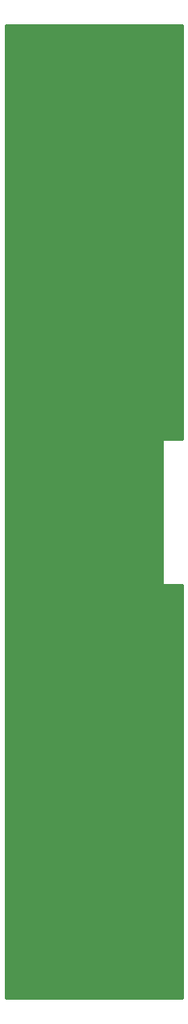
<source format=gbs>
G75*
G70*
%OFA0B0*%
%FSLAX24Y24*%
%IPPOS*%
%LPD*%
%AMOC8*
5,1,8,0,0,1.08239X$1,22.5*
%
%ADD10C,0.0100*%
D10*
X000200Y003195D02*
X000200Y043295D01*
X007500Y043295D01*
X007500Y026245D01*
X006650Y026245D01*
X006650Y020245D01*
X007500Y020245D01*
X007500Y003195D01*
X000200Y003195D01*
X000200Y003244D02*
X007500Y003244D01*
X007500Y003342D02*
X000200Y003342D01*
X000200Y003441D02*
X007500Y003441D01*
X007500Y003539D02*
X000200Y003539D01*
X000200Y003638D02*
X007500Y003638D01*
X007500Y003736D02*
X000200Y003736D01*
X000200Y003835D02*
X007500Y003835D01*
X007500Y003933D02*
X000200Y003933D01*
X000200Y004032D02*
X007500Y004032D01*
X007500Y004130D02*
X000200Y004130D01*
X000200Y004229D02*
X007500Y004229D01*
X007500Y004327D02*
X000200Y004327D01*
X000200Y004426D02*
X007500Y004426D01*
X007500Y004524D02*
X000200Y004524D01*
X000200Y004623D02*
X007500Y004623D01*
X007500Y004721D02*
X000200Y004721D01*
X000200Y004820D02*
X007500Y004820D01*
X007500Y004918D02*
X000200Y004918D01*
X000200Y005017D02*
X007500Y005017D01*
X007500Y005115D02*
X000200Y005115D01*
X000200Y005214D02*
X007500Y005214D01*
X007500Y005312D02*
X000200Y005312D01*
X000200Y005411D02*
X007500Y005411D01*
X007500Y005509D02*
X000200Y005509D01*
X000200Y005608D02*
X007500Y005608D01*
X007500Y005706D02*
X000200Y005706D01*
X000200Y005805D02*
X007500Y005805D01*
X007500Y005903D02*
X000200Y005903D01*
X000200Y006002D02*
X007500Y006002D01*
X007500Y006100D02*
X000200Y006100D01*
X000200Y006199D02*
X007500Y006199D01*
X007500Y006297D02*
X000200Y006297D01*
X000200Y006396D02*
X007500Y006396D01*
X007500Y006494D02*
X000200Y006494D01*
X000200Y006593D02*
X007500Y006593D01*
X007500Y006691D02*
X000200Y006691D01*
X000200Y006790D02*
X007500Y006790D01*
X007500Y006888D02*
X000200Y006888D01*
X000200Y006987D02*
X007500Y006987D01*
X007500Y007085D02*
X000200Y007085D01*
X000200Y007184D02*
X007500Y007184D01*
X007500Y007282D02*
X000200Y007282D01*
X000200Y007381D02*
X007500Y007381D01*
X007500Y007479D02*
X000200Y007479D01*
X000200Y007578D02*
X007500Y007578D01*
X007500Y007676D02*
X000200Y007676D01*
X000200Y007775D02*
X007500Y007775D01*
X007500Y007873D02*
X000200Y007873D01*
X000200Y007972D02*
X007500Y007972D01*
X007500Y008070D02*
X000200Y008070D01*
X000200Y008169D02*
X007500Y008169D01*
X007500Y008267D02*
X000200Y008267D01*
X000200Y008366D02*
X007500Y008366D01*
X007500Y008464D02*
X000200Y008464D01*
X000200Y008563D02*
X007500Y008563D01*
X007500Y008661D02*
X000200Y008661D01*
X000200Y008760D02*
X007500Y008760D01*
X007500Y008858D02*
X000200Y008858D01*
X000200Y008957D02*
X007500Y008957D01*
X007500Y009055D02*
X000200Y009055D01*
X000200Y009154D02*
X007500Y009154D01*
X007500Y009252D02*
X000200Y009252D01*
X000200Y009351D02*
X007500Y009351D01*
X007500Y009449D02*
X000200Y009449D01*
X000200Y009548D02*
X007500Y009548D01*
X007500Y009646D02*
X000200Y009646D01*
X000200Y009745D02*
X007500Y009745D01*
X007500Y009843D02*
X000200Y009843D01*
X000200Y009942D02*
X007500Y009942D01*
X007500Y010040D02*
X000200Y010040D01*
X000200Y010139D02*
X007500Y010139D01*
X007500Y010237D02*
X000200Y010237D01*
X000200Y010336D02*
X007500Y010336D01*
X007500Y010434D02*
X000200Y010434D01*
X000200Y010533D02*
X007500Y010533D01*
X007500Y010631D02*
X000200Y010631D01*
X000200Y010730D02*
X007500Y010730D01*
X007500Y010828D02*
X000200Y010828D01*
X000200Y010927D02*
X007500Y010927D01*
X007500Y011025D02*
X000200Y011025D01*
X000200Y011124D02*
X007500Y011124D01*
X007500Y011222D02*
X000200Y011222D01*
X000200Y011321D02*
X007500Y011321D01*
X007500Y011419D02*
X000200Y011419D01*
X000200Y011518D02*
X007500Y011518D01*
X007500Y011616D02*
X000200Y011616D01*
X000200Y011715D02*
X007500Y011715D01*
X007500Y011813D02*
X000200Y011813D01*
X000200Y011912D02*
X007500Y011912D01*
X007500Y012010D02*
X000200Y012010D01*
X000200Y012109D02*
X007500Y012109D01*
X007500Y012207D02*
X000200Y012207D01*
X000200Y012306D02*
X007500Y012306D01*
X007500Y012404D02*
X000200Y012404D01*
X000200Y012503D02*
X007500Y012503D01*
X007500Y012601D02*
X000200Y012601D01*
X000200Y012700D02*
X007500Y012700D01*
X007500Y012798D02*
X000200Y012798D01*
X000200Y012897D02*
X007500Y012897D01*
X007500Y012995D02*
X000200Y012995D01*
X000200Y013094D02*
X007500Y013094D01*
X007500Y013192D02*
X000200Y013192D01*
X000200Y013291D02*
X007500Y013291D01*
X007500Y013389D02*
X000200Y013389D01*
X000200Y013488D02*
X007500Y013488D01*
X007500Y013586D02*
X000200Y013586D01*
X000200Y013685D02*
X007500Y013685D01*
X007500Y013783D02*
X000200Y013783D01*
X000200Y013882D02*
X007500Y013882D01*
X007500Y013980D02*
X000200Y013980D01*
X000200Y014079D02*
X007500Y014079D01*
X007500Y014177D02*
X000200Y014177D01*
X000200Y014276D02*
X007500Y014276D01*
X007500Y014374D02*
X000200Y014374D01*
X000200Y014473D02*
X007500Y014473D01*
X007500Y014571D02*
X000200Y014571D01*
X000200Y014670D02*
X007500Y014670D01*
X007500Y014768D02*
X000200Y014768D01*
X000200Y014867D02*
X007500Y014867D01*
X007500Y014965D02*
X000200Y014965D01*
X000200Y015064D02*
X007500Y015064D01*
X007500Y015162D02*
X000200Y015162D01*
X000200Y015261D02*
X007500Y015261D01*
X007500Y015359D02*
X000200Y015359D01*
X000200Y015458D02*
X007500Y015458D01*
X007500Y015556D02*
X000200Y015556D01*
X000200Y015655D02*
X007500Y015655D01*
X007500Y015753D02*
X000200Y015753D01*
X000200Y015852D02*
X007500Y015852D01*
X007500Y015950D02*
X000200Y015950D01*
X000200Y016049D02*
X007500Y016049D01*
X007500Y016147D02*
X000200Y016147D01*
X000200Y016246D02*
X007500Y016246D01*
X007500Y016344D02*
X000200Y016344D01*
X000200Y016443D02*
X007500Y016443D01*
X007500Y016541D02*
X000200Y016541D01*
X000200Y016640D02*
X007500Y016640D01*
X007500Y016738D02*
X000200Y016738D01*
X000200Y016837D02*
X007500Y016837D01*
X007500Y016935D02*
X000200Y016935D01*
X000200Y017034D02*
X007500Y017034D01*
X007500Y017132D02*
X000200Y017132D01*
X000200Y017231D02*
X007500Y017231D01*
X007500Y017329D02*
X000200Y017329D01*
X000200Y017428D02*
X007500Y017428D01*
X007500Y017526D02*
X000200Y017526D01*
X000200Y017625D02*
X007500Y017625D01*
X007500Y017723D02*
X000200Y017723D01*
X000200Y017822D02*
X007500Y017822D01*
X007500Y017920D02*
X000200Y017920D01*
X000200Y018019D02*
X007500Y018019D01*
X007500Y018117D02*
X000200Y018117D01*
X000200Y018216D02*
X007500Y018216D01*
X007500Y018314D02*
X000200Y018314D01*
X000200Y018413D02*
X007500Y018413D01*
X007500Y018511D02*
X000200Y018511D01*
X000200Y018610D02*
X007500Y018610D01*
X007500Y018708D02*
X000200Y018708D01*
X000200Y018807D02*
X007500Y018807D01*
X007500Y018905D02*
X000200Y018905D01*
X000200Y019004D02*
X007500Y019004D01*
X007500Y019102D02*
X000200Y019102D01*
X000200Y019201D02*
X007500Y019201D01*
X007500Y019299D02*
X000200Y019299D01*
X000200Y019398D02*
X007500Y019398D01*
X007500Y019496D02*
X000200Y019496D01*
X000200Y019595D02*
X007500Y019595D01*
X007500Y019693D02*
X000200Y019693D01*
X000200Y019792D02*
X007500Y019792D01*
X007500Y019890D02*
X000200Y019890D01*
X000200Y019989D02*
X007500Y019989D01*
X007500Y020087D02*
X000200Y020087D01*
X000200Y020186D02*
X007500Y020186D01*
X006650Y020284D02*
X000200Y020284D01*
X000200Y020383D02*
X006650Y020383D01*
X006650Y020481D02*
X000200Y020481D01*
X000200Y020580D02*
X006650Y020580D01*
X006650Y020678D02*
X000200Y020678D01*
X000200Y020777D02*
X006650Y020777D01*
X006650Y020875D02*
X000200Y020875D01*
X000200Y020974D02*
X006650Y020974D01*
X006650Y021072D02*
X000200Y021072D01*
X000200Y021171D02*
X006650Y021171D01*
X006650Y021269D02*
X000200Y021269D01*
X000200Y021368D02*
X006650Y021368D01*
X006650Y021466D02*
X000200Y021466D01*
X000200Y021565D02*
X006650Y021565D01*
X006650Y021663D02*
X000200Y021663D01*
X000200Y021762D02*
X006650Y021762D01*
X006650Y021860D02*
X000200Y021860D01*
X000200Y021959D02*
X006650Y021959D01*
X006650Y022057D02*
X000200Y022057D01*
X000200Y022156D02*
X006650Y022156D01*
X006650Y022254D02*
X000200Y022254D01*
X000200Y022353D02*
X006650Y022353D01*
X006650Y022451D02*
X000200Y022451D01*
X000200Y022550D02*
X006650Y022550D01*
X006650Y022648D02*
X000200Y022648D01*
X000200Y022747D02*
X006650Y022747D01*
X006650Y022845D02*
X000200Y022845D01*
X000200Y022944D02*
X006650Y022944D01*
X006650Y023042D02*
X000200Y023042D01*
X000200Y023141D02*
X006650Y023141D01*
X006650Y023239D02*
X000200Y023239D01*
X000200Y023338D02*
X006650Y023338D01*
X006650Y023436D02*
X000200Y023436D01*
X000200Y023535D02*
X006650Y023535D01*
X006650Y023633D02*
X000200Y023633D01*
X000200Y023732D02*
X006650Y023732D01*
X006650Y023830D02*
X000200Y023830D01*
X000200Y023929D02*
X006650Y023929D01*
X006650Y024027D02*
X000200Y024027D01*
X000200Y024126D02*
X006650Y024126D01*
X006650Y024224D02*
X000200Y024224D01*
X000200Y024323D02*
X006650Y024323D01*
X006650Y024421D02*
X000200Y024421D01*
X000200Y024520D02*
X006650Y024520D01*
X006650Y024618D02*
X000200Y024618D01*
X000200Y024717D02*
X006650Y024717D01*
X006650Y024815D02*
X000200Y024815D01*
X000200Y024914D02*
X006650Y024914D01*
X006650Y025012D02*
X000200Y025012D01*
X000200Y025111D02*
X006650Y025111D01*
X006650Y025209D02*
X000200Y025209D01*
X000200Y025308D02*
X006650Y025308D01*
X006650Y025406D02*
X000200Y025406D01*
X000200Y025505D02*
X006650Y025505D01*
X006650Y025603D02*
X000200Y025603D01*
X000200Y025702D02*
X006650Y025702D01*
X006650Y025800D02*
X000200Y025800D01*
X000200Y025899D02*
X006650Y025899D01*
X006650Y025997D02*
X000200Y025997D01*
X000200Y026096D02*
X006650Y026096D01*
X006650Y026194D02*
X000200Y026194D01*
X000200Y026293D02*
X007500Y026293D01*
X007500Y026391D02*
X000200Y026391D01*
X000200Y026490D02*
X007500Y026490D01*
X007500Y026588D02*
X000200Y026588D01*
X000200Y026687D02*
X007500Y026687D01*
X007500Y026785D02*
X000200Y026785D01*
X000200Y026884D02*
X007500Y026884D01*
X007500Y026982D02*
X000200Y026982D01*
X000200Y027081D02*
X007500Y027081D01*
X007500Y027179D02*
X000200Y027179D01*
X000200Y027278D02*
X007500Y027278D01*
X007500Y027376D02*
X000200Y027376D01*
X000200Y027475D02*
X007500Y027475D01*
X007500Y027573D02*
X000200Y027573D01*
X000200Y027672D02*
X007500Y027672D01*
X007500Y027770D02*
X000200Y027770D01*
X000200Y027869D02*
X007500Y027869D01*
X007500Y027967D02*
X000200Y027967D01*
X000200Y028066D02*
X007500Y028066D01*
X007500Y028164D02*
X000200Y028164D01*
X000200Y028263D02*
X007500Y028263D01*
X007500Y028361D02*
X000200Y028361D01*
X000200Y028460D02*
X007500Y028460D01*
X007500Y028558D02*
X000200Y028558D01*
X000200Y028657D02*
X007500Y028657D01*
X007500Y028755D02*
X000200Y028755D01*
X000200Y028854D02*
X007500Y028854D01*
X007500Y028952D02*
X000200Y028952D01*
X000200Y029051D02*
X007500Y029051D01*
X007500Y029149D02*
X000200Y029149D01*
X000200Y029248D02*
X007500Y029248D01*
X007500Y029346D02*
X000200Y029346D01*
X000200Y029445D02*
X007500Y029445D01*
X007500Y029543D02*
X000200Y029543D01*
X000200Y029642D02*
X007500Y029642D01*
X007500Y029740D02*
X000200Y029740D01*
X000200Y029839D02*
X007500Y029839D01*
X007500Y029937D02*
X000200Y029937D01*
X000200Y030036D02*
X007500Y030036D01*
X007500Y030134D02*
X000200Y030134D01*
X000200Y030233D02*
X007500Y030233D01*
X007500Y030331D02*
X000200Y030331D01*
X000200Y030430D02*
X007500Y030430D01*
X007500Y030528D02*
X000200Y030528D01*
X000200Y030627D02*
X007500Y030627D01*
X007500Y030725D02*
X000200Y030725D01*
X000200Y030824D02*
X007500Y030824D01*
X007500Y030922D02*
X000200Y030922D01*
X000200Y031021D02*
X007500Y031021D01*
X007500Y031119D02*
X000200Y031119D01*
X000200Y031218D02*
X007500Y031218D01*
X007500Y031316D02*
X000200Y031316D01*
X000200Y031415D02*
X007500Y031415D01*
X007500Y031513D02*
X000200Y031513D01*
X000200Y031612D02*
X007500Y031612D01*
X007500Y031710D02*
X000200Y031710D01*
X000200Y031809D02*
X007500Y031809D01*
X007500Y031907D02*
X000200Y031907D01*
X000200Y032006D02*
X007500Y032006D01*
X007500Y032104D02*
X000200Y032104D01*
X000200Y032203D02*
X007500Y032203D01*
X007500Y032301D02*
X000200Y032301D01*
X000200Y032400D02*
X007500Y032400D01*
X007500Y032498D02*
X000200Y032498D01*
X000200Y032597D02*
X007500Y032597D01*
X007500Y032695D02*
X000200Y032695D01*
X000200Y032794D02*
X007500Y032794D01*
X007500Y032892D02*
X000200Y032892D01*
X000200Y032991D02*
X007500Y032991D01*
X007500Y033089D02*
X000200Y033089D01*
X000200Y033188D02*
X007500Y033188D01*
X007500Y033286D02*
X000200Y033286D01*
X000200Y033385D02*
X007500Y033385D01*
X007500Y033483D02*
X000200Y033483D01*
X000200Y033582D02*
X007500Y033582D01*
X007500Y033680D02*
X000200Y033680D01*
X000200Y033779D02*
X007500Y033779D01*
X007500Y033877D02*
X000200Y033877D01*
X000200Y033976D02*
X007500Y033976D01*
X007500Y034074D02*
X000200Y034074D01*
X000200Y034173D02*
X007500Y034173D01*
X007500Y034271D02*
X000200Y034271D01*
X000200Y034370D02*
X007500Y034370D01*
X007500Y034468D02*
X000200Y034468D01*
X000200Y034567D02*
X007500Y034567D01*
X007500Y034665D02*
X000200Y034665D01*
X000200Y034764D02*
X007500Y034764D01*
X007500Y034862D02*
X000200Y034862D01*
X000200Y034961D02*
X007500Y034961D01*
X007500Y035059D02*
X000200Y035059D01*
X000200Y035158D02*
X007500Y035158D01*
X007500Y035256D02*
X000200Y035256D01*
X000200Y035355D02*
X007500Y035355D01*
X007500Y035453D02*
X000200Y035453D01*
X000200Y035552D02*
X007500Y035552D01*
X007500Y035650D02*
X000200Y035650D01*
X000200Y035749D02*
X007500Y035749D01*
X007500Y035847D02*
X000200Y035847D01*
X000200Y035946D02*
X007500Y035946D01*
X007500Y036044D02*
X000200Y036044D01*
X000200Y036143D02*
X007500Y036143D01*
X007500Y036241D02*
X000200Y036241D01*
X000200Y036340D02*
X007500Y036340D01*
X007500Y036438D02*
X000200Y036438D01*
X000200Y036537D02*
X007500Y036537D01*
X007500Y036635D02*
X000200Y036635D01*
X000200Y036734D02*
X007500Y036734D01*
X007500Y036832D02*
X000200Y036832D01*
X000200Y036931D02*
X007500Y036931D01*
X007500Y037029D02*
X000200Y037029D01*
X000200Y037128D02*
X007500Y037128D01*
X007500Y037226D02*
X000200Y037226D01*
X000200Y037325D02*
X007500Y037325D01*
X007500Y037423D02*
X000200Y037423D01*
X000200Y037522D02*
X007500Y037522D01*
X007500Y037620D02*
X000200Y037620D01*
X000200Y037719D02*
X007500Y037719D01*
X007500Y037817D02*
X000200Y037817D01*
X000200Y037916D02*
X007500Y037916D01*
X007500Y038014D02*
X000200Y038014D01*
X000200Y038113D02*
X007500Y038113D01*
X007500Y038211D02*
X000200Y038211D01*
X000200Y038310D02*
X007500Y038310D01*
X007500Y038408D02*
X000200Y038408D01*
X000200Y038507D02*
X007500Y038507D01*
X007500Y038605D02*
X000200Y038605D01*
X000200Y038704D02*
X007500Y038704D01*
X007500Y038802D02*
X000200Y038802D01*
X000200Y038901D02*
X007500Y038901D01*
X007500Y038999D02*
X000200Y038999D01*
X000200Y039098D02*
X007500Y039098D01*
X007500Y039196D02*
X000200Y039196D01*
X000200Y039295D02*
X007500Y039295D01*
X007500Y039393D02*
X000200Y039393D01*
X000200Y039492D02*
X007500Y039492D01*
X007500Y039590D02*
X000200Y039590D01*
X000200Y039689D02*
X007500Y039689D01*
X007500Y039787D02*
X000200Y039787D01*
X000200Y039886D02*
X007500Y039886D01*
X007500Y039984D02*
X000200Y039984D01*
X000200Y040083D02*
X007500Y040083D01*
X007500Y040181D02*
X000200Y040181D01*
X000200Y040280D02*
X007500Y040280D01*
X007500Y040378D02*
X000200Y040378D01*
X000200Y040477D02*
X007500Y040477D01*
X007500Y040575D02*
X000200Y040575D01*
X000200Y040674D02*
X007500Y040674D01*
X007500Y040772D02*
X000200Y040772D01*
X000200Y040871D02*
X007500Y040871D01*
X007500Y040969D02*
X000200Y040969D01*
X000200Y041068D02*
X007500Y041068D01*
X007500Y041166D02*
X000200Y041166D01*
X000200Y041265D02*
X007500Y041265D01*
X007500Y041363D02*
X000200Y041363D01*
X000200Y041462D02*
X007500Y041462D01*
X007500Y041560D02*
X000200Y041560D01*
X000200Y041659D02*
X007500Y041659D01*
X007500Y041757D02*
X000200Y041757D01*
X000200Y041856D02*
X007500Y041856D01*
X007500Y041954D02*
X000200Y041954D01*
X000200Y042053D02*
X007500Y042053D01*
X007500Y042151D02*
X000200Y042151D01*
X000200Y042250D02*
X007500Y042250D01*
X007500Y042348D02*
X000200Y042348D01*
X000200Y042447D02*
X007500Y042447D01*
X007500Y042545D02*
X000200Y042545D01*
X000200Y042644D02*
X007500Y042644D01*
X007500Y042742D02*
X000200Y042742D01*
X000200Y042841D02*
X007500Y042841D01*
X007500Y042939D02*
X000200Y042939D01*
X000200Y043038D02*
X007500Y043038D01*
X007500Y043136D02*
X000200Y043136D01*
X000200Y043235D02*
X007500Y043235D01*
M02*

</source>
